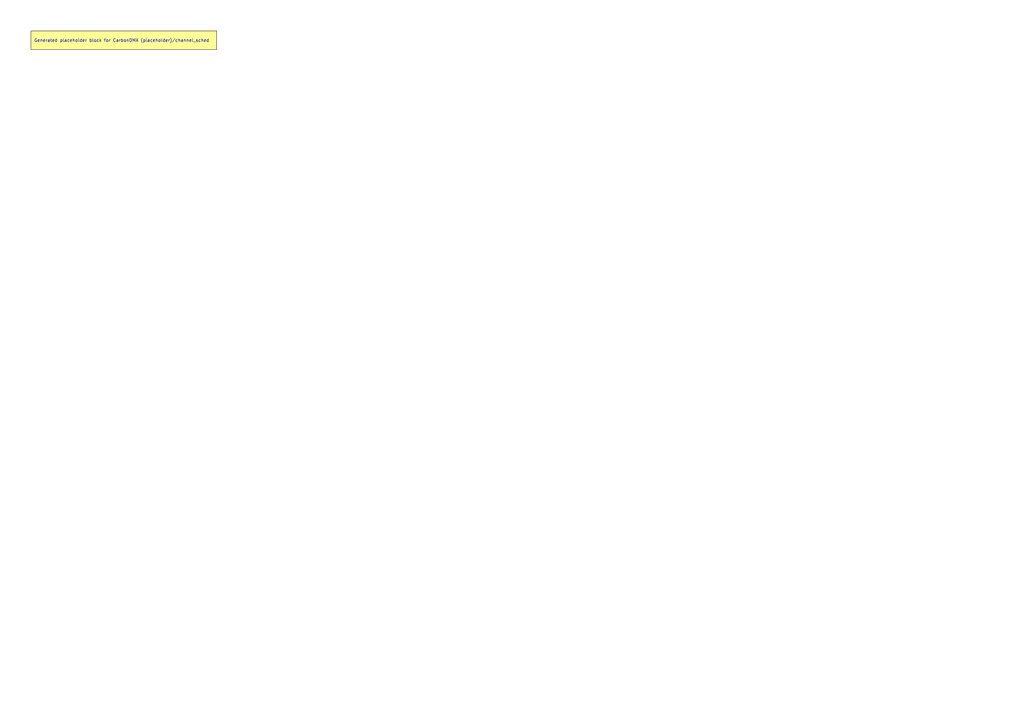
<source format=kicad_sch>
(kicad_sch
	(version 20250114)
	(generator "kicadgen")
	(generator_version "0.2")
	(uuid "7e07682e-b485-5496-97c5-58c97fad7f0f")
	(paper "A3")
	(title_block
		(title "CarbonDMA (placeholder)::channel_sched")
		(company "Project Carbon")
		(comment 1 "Generated - do not edit in generated/")
		(comment 2 "Edit in schem/kicad9/manual/ or refine mapping specs")
	)
	(lib_symbols)
	(text_box
		"Generated placeholder block for CarbonDMA (placeholder)/channel_sched"
		(exclude_from_sim no)
		(at
			12.7
			12.7
			0
		)
		(size 76.2 7.62)
		(margins
			1.27
			1.27
			1.27
			1.27
		)
		(stroke
			(width 0)
			(type default)
			(color
				0
				0
				0
				1
			)
		)
		(fill
			(type color)
			(color
				255
				255
				150
				1
			)
		)
		(effects
			(font
				(size 1.27 1.27)
			)
			(justify left)
		)
		(uuid "22aa725d-5adf-5e08-9a54-0a25f55bb493")
	)
	(sheet_instances
		(path
			"/"
			(page "1")
		)
	)
	(embedded_fonts no)
)

</source>
